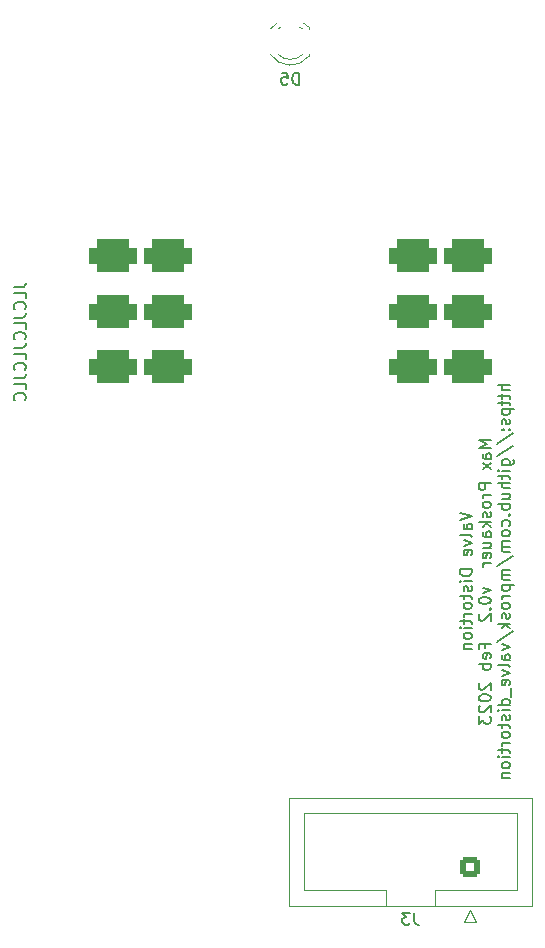
<source format=gbr>
%TF.GenerationSoftware,KiCad,Pcbnew,(6.0.5)*%
%TF.CreationDate,2023-02-15T13:44:48-05:00*%
%TF.ProjectId,valve_distortion,76616c76-655f-4646-9973-746f7274696f,rev?*%
%TF.SameCoordinates,Original*%
%TF.FileFunction,Legend,Bot*%
%TF.FilePolarity,Positive*%
%FSLAX46Y46*%
G04 Gerber Fmt 4.6, Leading zero omitted, Abs format (unit mm)*
G04 Created by KiCad (PCBNEW (6.0.5)) date 2023-02-15 13:44:48*
%MOMM*%
%LPD*%
G01*
G04 APERTURE LIST*
G04 Aperture macros list*
%AMRoundRect*
0 Rectangle with rounded corners*
0 $1 Rounding radius*
0 $2 $3 $4 $5 $6 $7 $8 $9 X,Y pos of 4 corners*
0 Add a 4 corners polygon primitive as box body*
4,1,4,$2,$3,$4,$5,$6,$7,$8,$9,$2,$3,0*
0 Add four circle primitives for the rounded corners*
1,1,$1+$1,$2,$3*
1,1,$1+$1,$4,$5*
1,1,$1+$1,$6,$7*
1,1,$1+$1,$8,$9*
0 Add four rect primitives between the rounded corners*
20,1,$1+$1,$2,$3,$4,$5,0*
20,1,$1+$1,$4,$5,$6,$7,0*
20,1,$1+$1,$6,$7,$8,$9,0*
20,1,$1+$1,$8,$9,$2,$3,0*%
G04 Aperture macros list end*
%ADD10C,0.150000*%
%ADD11C,0.120000*%
%ADD12R,1.600000X1.600000*%
%ADD13O,1.600000X1.600000*%
%ADD14C,1.600000*%
%ADD15RoundRect,0.698500X-1.333500X-0.698500X1.333500X-0.698500X1.333500X0.698500X-1.333500X0.698500X0*%
%ADD16O,4.000000X4.000000*%
%ADD17R,1.800000X1.800000*%
%ADD18C,1.800000*%
%ADD19C,3.000000*%
%ADD20R,1.500000X1.500000*%
%ADD21O,1.500000X1.500000*%
%ADD22R,1.500000X1.050000*%
%ADD23O,1.500000X1.050000*%
%ADD24O,2.000000X3.500000*%
%ADD25O,2.000000X2.500000*%
%ADD26O,3.500000X1.500000*%
%ADD27C,1.440000*%
%ADD28RoundRect,0.250000X0.600000X-0.600000X0.600000X0.600000X-0.600000X0.600000X-0.600000X-0.600000X0*%
%ADD29C,1.700000*%
%ADD30C,2.030000*%
G04 APERTURE END LIST*
D10*
X155172380Y-87400952D02*
X155886666Y-87400952D01*
X156029523Y-87353333D01*
X156124761Y-87258095D01*
X156172380Y-87115238D01*
X156172380Y-87020000D01*
X156172380Y-88353333D02*
X156172380Y-87877142D01*
X155172380Y-87877142D01*
X156077142Y-89258095D02*
X156124761Y-89210476D01*
X156172380Y-89067619D01*
X156172380Y-88972380D01*
X156124761Y-88829523D01*
X156029523Y-88734285D01*
X155934285Y-88686666D01*
X155743809Y-88639047D01*
X155600952Y-88639047D01*
X155410476Y-88686666D01*
X155315238Y-88734285D01*
X155220000Y-88829523D01*
X155172380Y-88972380D01*
X155172380Y-89067619D01*
X155220000Y-89210476D01*
X155267619Y-89258095D01*
X155172380Y-89972380D02*
X155886666Y-89972380D01*
X156029523Y-89924761D01*
X156124761Y-89829523D01*
X156172380Y-89686666D01*
X156172380Y-89591428D01*
X156172380Y-90924761D02*
X156172380Y-90448571D01*
X155172380Y-90448571D01*
X156077142Y-91829523D02*
X156124761Y-91781904D01*
X156172380Y-91639047D01*
X156172380Y-91543809D01*
X156124761Y-91400952D01*
X156029523Y-91305714D01*
X155934285Y-91258095D01*
X155743809Y-91210476D01*
X155600952Y-91210476D01*
X155410476Y-91258095D01*
X155315238Y-91305714D01*
X155220000Y-91400952D01*
X155172380Y-91543809D01*
X155172380Y-91639047D01*
X155220000Y-91781904D01*
X155267619Y-91829523D01*
X155172380Y-92543809D02*
X155886666Y-92543809D01*
X156029523Y-92496190D01*
X156124761Y-92400952D01*
X156172380Y-92258095D01*
X156172380Y-92162857D01*
X156172380Y-93496190D02*
X156172380Y-93020000D01*
X155172380Y-93020000D01*
X156077142Y-94400952D02*
X156124761Y-94353333D01*
X156172380Y-94210476D01*
X156172380Y-94115238D01*
X156124761Y-93972380D01*
X156029523Y-93877142D01*
X155934285Y-93829523D01*
X155743809Y-93781904D01*
X155600952Y-93781904D01*
X155410476Y-93829523D01*
X155315238Y-93877142D01*
X155220000Y-93972380D01*
X155172380Y-94115238D01*
X155172380Y-94210476D01*
X155220000Y-94353333D01*
X155267619Y-94400952D01*
X155172380Y-95115238D02*
X155886666Y-95115238D01*
X156029523Y-95067619D01*
X156124761Y-94972380D01*
X156172380Y-94829523D01*
X156172380Y-94734285D01*
X156172380Y-96067619D02*
X156172380Y-95591428D01*
X155172380Y-95591428D01*
X156077142Y-96972380D02*
X156124761Y-96924761D01*
X156172380Y-96781904D01*
X156172380Y-96686666D01*
X156124761Y-96543809D01*
X156029523Y-96448571D01*
X155934285Y-96400952D01*
X155743809Y-96353333D01*
X155600952Y-96353333D01*
X155410476Y-96400952D01*
X155315238Y-96448571D01*
X155220000Y-96543809D01*
X155172380Y-96686666D01*
X155172380Y-96781904D01*
X155220000Y-96924761D01*
X155267619Y-96972380D01*
X192932380Y-106482857D02*
X193932380Y-106816190D01*
X192932380Y-107149523D01*
X193932380Y-107911428D02*
X193408571Y-107911428D01*
X193313333Y-107863809D01*
X193265714Y-107768571D01*
X193265714Y-107578095D01*
X193313333Y-107482857D01*
X193884761Y-107911428D02*
X193932380Y-107816190D01*
X193932380Y-107578095D01*
X193884761Y-107482857D01*
X193789523Y-107435238D01*
X193694285Y-107435238D01*
X193599047Y-107482857D01*
X193551428Y-107578095D01*
X193551428Y-107816190D01*
X193503809Y-107911428D01*
X193932380Y-108530476D02*
X193884761Y-108435238D01*
X193789523Y-108387619D01*
X192932380Y-108387619D01*
X193265714Y-108816190D02*
X193932380Y-109054285D01*
X193265714Y-109292380D01*
X193884761Y-110054285D02*
X193932380Y-109959047D01*
X193932380Y-109768571D01*
X193884761Y-109673333D01*
X193789523Y-109625714D01*
X193408571Y-109625714D01*
X193313333Y-109673333D01*
X193265714Y-109768571D01*
X193265714Y-109959047D01*
X193313333Y-110054285D01*
X193408571Y-110101904D01*
X193503809Y-110101904D01*
X193599047Y-109625714D01*
X193932380Y-111292380D02*
X192932380Y-111292380D01*
X192932380Y-111530476D01*
X192980000Y-111673333D01*
X193075238Y-111768571D01*
X193170476Y-111816190D01*
X193360952Y-111863809D01*
X193503809Y-111863809D01*
X193694285Y-111816190D01*
X193789523Y-111768571D01*
X193884761Y-111673333D01*
X193932380Y-111530476D01*
X193932380Y-111292380D01*
X193932380Y-112292380D02*
X193265714Y-112292380D01*
X192932380Y-112292380D02*
X192980000Y-112244761D01*
X193027619Y-112292380D01*
X192980000Y-112340000D01*
X192932380Y-112292380D01*
X193027619Y-112292380D01*
X193884761Y-112720952D02*
X193932380Y-112816190D01*
X193932380Y-113006666D01*
X193884761Y-113101904D01*
X193789523Y-113149523D01*
X193741904Y-113149523D01*
X193646666Y-113101904D01*
X193599047Y-113006666D01*
X193599047Y-112863809D01*
X193551428Y-112768571D01*
X193456190Y-112720952D01*
X193408571Y-112720952D01*
X193313333Y-112768571D01*
X193265714Y-112863809D01*
X193265714Y-113006666D01*
X193313333Y-113101904D01*
X193265714Y-113435238D02*
X193265714Y-113816190D01*
X192932380Y-113578095D02*
X193789523Y-113578095D01*
X193884761Y-113625714D01*
X193932380Y-113720952D01*
X193932380Y-113816190D01*
X193932380Y-114292380D02*
X193884761Y-114197142D01*
X193837142Y-114149523D01*
X193741904Y-114101904D01*
X193456190Y-114101904D01*
X193360952Y-114149523D01*
X193313333Y-114197142D01*
X193265714Y-114292380D01*
X193265714Y-114435238D01*
X193313333Y-114530476D01*
X193360952Y-114578095D01*
X193456190Y-114625714D01*
X193741904Y-114625714D01*
X193837142Y-114578095D01*
X193884761Y-114530476D01*
X193932380Y-114435238D01*
X193932380Y-114292380D01*
X193932380Y-115054285D02*
X193265714Y-115054285D01*
X193456190Y-115054285D02*
X193360952Y-115101904D01*
X193313333Y-115149523D01*
X193265714Y-115244761D01*
X193265714Y-115340000D01*
X193265714Y-115530476D02*
X193265714Y-115911428D01*
X192932380Y-115673333D02*
X193789523Y-115673333D01*
X193884761Y-115720952D01*
X193932380Y-115816190D01*
X193932380Y-115911428D01*
X193932380Y-116244761D02*
X193265714Y-116244761D01*
X192932380Y-116244761D02*
X192980000Y-116197142D01*
X193027619Y-116244761D01*
X192980000Y-116292380D01*
X192932380Y-116244761D01*
X193027619Y-116244761D01*
X193932380Y-116863809D02*
X193884761Y-116768571D01*
X193837142Y-116720952D01*
X193741904Y-116673333D01*
X193456190Y-116673333D01*
X193360952Y-116720952D01*
X193313333Y-116768571D01*
X193265714Y-116863809D01*
X193265714Y-117006666D01*
X193313333Y-117101904D01*
X193360952Y-117149523D01*
X193456190Y-117197142D01*
X193741904Y-117197142D01*
X193837142Y-117149523D01*
X193884761Y-117101904D01*
X193932380Y-117006666D01*
X193932380Y-116863809D01*
X193265714Y-117625714D02*
X193932380Y-117625714D01*
X193360952Y-117625714D02*
X193313333Y-117673333D01*
X193265714Y-117768571D01*
X193265714Y-117911428D01*
X193313333Y-118006666D01*
X193408571Y-118054285D01*
X193932380Y-118054285D01*
X195542380Y-100363809D02*
X194542380Y-100363809D01*
X195256666Y-100697142D01*
X194542380Y-101030476D01*
X195542380Y-101030476D01*
X195542380Y-101935238D02*
X195018571Y-101935238D01*
X194923333Y-101887619D01*
X194875714Y-101792380D01*
X194875714Y-101601904D01*
X194923333Y-101506666D01*
X195494761Y-101935238D02*
X195542380Y-101840000D01*
X195542380Y-101601904D01*
X195494761Y-101506666D01*
X195399523Y-101459047D01*
X195304285Y-101459047D01*
X195209047Y-101506666D01*
X195161428Y-101601904D01*
X195161428Y-101840000D01*
X195113809Y-101935238D01*
X195542380Y-102316190D02*
X194875714Y-102840000D01*
X194875714Y-102316190D02*
X195542380Y-102840000D01*
X195542380Y-103982857D02*
X194542380Y-103982857D01*
X194542380Y-104363809D01*
X194590000Y-104459047D01*
X194637619Y-104506666D01*
X194732857Y-104554285D01*
X194875714Y-104554285D01*
X194970952Y-104506666D01*
X195018571Y-104459047D01*
X195066190Y-104363809D01*
X195066190Y-103982857D01*
X195542380Y-104982857D02*
X194875714Y-104982857D01*
X195066190Y-104982857D02*
X194970952Y-105030476D01*
X194923333Y-105078095D01*
X194875714Y-105173333D01*
X194875714Y-105268571D01*
X195542380Y-105744761D02*
X195494761Y-105649523D01*
X195447142Y-105601904D01*
X195351904Y-105554285D01*
X195066190Y-105554285D01*
X194970952Y-105601904D01*
X194923333Y-105649523D01*
X194875714Y-105744761D01*
X194875714Y-105887619D01*
X194923333Y-105982857D01*
X194970952Y-106030476D01*
X195066190Y-106078095D01*
X195351904Y-106078095D01*
X195447142Y-106030476D01*
X195494761Y-105982857D01*
X195542380Y-105887619D01*
X195542380Y-105744761D01*
X195494761Y-106459047D02*
X195542380Y-106554285D01*
X195542380Y-106744761D01*
X195494761Y-106840000D01*
X195399523Y-106887619D01*
X195351904Y-106887619D01*
X195256666Y-106840000D01*
X195209047Y-106744761D01*
X195209047Y-106601904D01*
X195161428Y-106506666D01*
X195066190Y-106459047D01*
X195018571Y-106459047D01*
X194923333Y-106506666D01*
X194875714Y-106601904D01*
X194875714Y-106744761D01*
X194923333Y-106840000D01*
X195542380Y-107316190D02*
X194542380Y-107316190D01*
X195161428Y-107411428D02*
X195542380Y-107697142D01*
X194875714Y-107697142D02*
X195256666Y-107316190D01*
X195542380Y-108554285D02*
X195018571Y-108554285D01*
X194923333Y-108506666D01*
X194875714Y-108411428D01*
X194875714Y-108220952D01*
X194923333Y-108125714D01*
X195494761Y-108554285D02*
X195542380Y-108459047D01*
X195542380Y-108220952D01*
X195494761Y-108125714D01*
X195399523Y-108078095D01*
X195304285Y-108078095D01*
X195209047Y-108125714D01*
X195161428Y-108220952D01*
X195161428Y-108459047D01*
X195113809Y-108554285D01*
X194875714Y-109459047D02*
X195542380Y-109459047D01*
X194875714Y-109030476D02*
X195399523Y-109030476D01*
X195494761Y-109078095D01*
X195542380Y-109173333D01*
X195542380Y-109316190D01*
X195494761Y-109411428D01*
X195447142Y-109459047D01*
X195494761Y-110316190D02*
X195542380Y-110220952D01*
X195542380Y-110030476D01*
X195494761Y-109935238D01*
X195399523Y-109887619D01*
X195018571Y-109887619D01*
X194923333Y-109935238D01*
X194875714Y-110030476D01*
X194875714Y-110220952D01*
X194923333Y-110316190D01*
X195018571Y-110363809D01*
X195113809Y-110363809D01*
X195209047Y-109887619D01*
X195542380Y-110792380D02*
X194875714Y-110792380D01*
X195066190Y-110792380D02*
X194970952Y-110840000D01*
X194923333Y-110887619D01*
X194875714Y-110982857D01*
X194875714Y-111078095D01*
X194875714Y-112840000D02*
X195542380Y-113078095D01*
X194875714Y-113316190D01*
X194542380Y-113887619D02*
X194542380Y-113982857D01*
X194590000Y-114078095D01*
X194637619Y-114125714D01*
X194732857Y-114173333D01*
X194923333Y-114220952D01*
X195161428Y-114220952D01*
X195351904Y-114173333D01*
X195447142Y-114125714D01*
X195494761Y-114078095D01*
X195542380Y-113982857D01*
X195542380Y-113887619D01*
X195494761Y-113792380D01*
X195447142Y-113744761D01*
X195351904Y-113697142D01*
X195161428Y-113649523D01*
X194923333Y-113649523D01*
X194732857Y-113697142D01*
X194637619Y-113744761D01*
X194590000Y-113792380D01*
X194542380Y-113887619D01*
X195447142Y-114649523D02*
X195494761Y-114697142D01*
X195542380Y-114649523D01*
X195494761Y-114601904D01*
X195447142Y-114649523D01*
X195542380Y-114649523D01*
X194637619Y-115078095D02*
X194590000Y-115125714D01*
X194542380Y-115220952D01*
X194542380Y-115459047D01*
X194590000Y-115554285D01*
X194637619Y-115601904D01*
X194732857Y-115649523D01*
X194828095Y-115649523D01*
X194970952Y-115601904D01*
X195542380Y-115030476D01*
X195542380Y-115649523D01*
X195018571Y-117935238D02*
X195018571Y-117601904D01*
X195542380Y-117601904D02*
X194542380Y-117601904D01*
X194542380Y-118078095D01*
X195494761Y-118840000D02*
X195542380Y-118744761D01*
X195542380Y-118554285D01*
X195494761Y-118459047D01*
X195399523Y-118411428D01*
X195018571Y-118411428D01*
X194923333Y-118459047D01*
X194875714Y-118554285D01*
X194875714Y-118744761D01*
X194923333Y-118840000D01*
X195018571Y-118887619D01*
X195113809Y-118887619D01*
X195209047Y-118411428D01*
X195542380Y-119316190D02*
X194542380Y-119316190D01*
X194923333Y-119316190D02*
X194875714Y-119411428D01*
X194875714Y-119601904D01*
X194923333Y-119697142D01*
X194970952Y-119744761D01*
X195066190Y-119792380D01*
X195351904Y-119792380D01*
X195447142Y-119744761D01*
X195494761Y-119697142D01*
X195542380Y-119601904D01*
X195542380Y-119411428D01*
X195494761Y-119316190D01*
X194637619Y-120935238D02*
X194590000Y-120982857D01*
X194542380Y-121078095D01*
X194542380Y-121316190D01*
X194590000Y-121411428D01*
X194637619Y-121459047D01*
X194732857Y-121506666D01*
X194828095Y-121506666D01*
X194970952Y-121459047D01*
X195542380Y-120887619D01*
X195542380Y-121506666D01*
X194542380Y-122125714D02*
X194542380Y-122220952D01*
X194590000Y-122316190D01*
X194637619Y-122363809D01*
X194732857Y-122411428D01*
X194923333Y-122459047D01*
X195161428Y-122459047D01*
X195351904Y-122411428D01*
X195447142Y-122363809D01*
X195494761Y-122316190D01*
X195542380Y-122220952D01*
X195542380Y-122125714D01*
X195494761Y-122030476D01*
X195447142Y-121982857D01*
X195351904Y-121935238D01*
X195161428Y-121887619D01*
X194923333Y-121887619D01*
X194732857Y-121935238D01*
X194637619Y-121982857D01*
X194590000Y-122030476D01*
X194542380Y-122125714D01*
X194637619Y-122840000D02*
X194590000Y-122887619D01*
X194542380Y-122982857D01*
X194542380Y-123220952D01*
X194590000Y-123316190D01*
X194637619Y-123363809D01*
X194732857Y-123411428D01*
X194828095Y-123411428D01*
X194970952Y-123363809D01*
X195542380Y-122792380D01*
X195542380Y-123411428D01*
X194542380Y-123744761D02*
X194542380Y-124363809D01*
X194923333Y-124030476D01*
X194923333Y-124173333D01*
X194970952Y-124268571D01*
X195018571Y-124316190D01*
X195113809Y-124363809D01*
X195351904Y-124363809D01*
X195447142Y-124316190D01*
X195494761Y-124268571D01*
X195542380Y-124173333D01*
X195542380Y-123887619D01*
X195494761Y-123792380D01*
X195447142Y-123744761D01*
X197152380Y-95697142D02*
X196152380Y-95697142D01*
X197152380Y-96125714D02*
X196628571Y-96125714D01*
X196533333Y-96078095D01*
X196485714Y-95982857D01*
X196485714Y-95840000D01*
X196533333Y-95744761D01*
X196580952Y-95697142D01*
X196485714Y-96459047D02*
X196485714Y-96840000D01*
X196152380Y-96601904D02*
X197009523Y-96601904D01*
X197104761Y-96649523D01*
X197152380Y-96744761D01*
X197152380Y-96840000D01*
X196485714Y-97030476D02*
X196485714Y-97411428D01*
X196152380Y-97173333D02*
X197009523Y-97173333D01*
X197104761Y-97220952D01*
X197152380Y-97316190D01*
X197152380Y-97411428D01*
X196485714Y-97744761D02*
X197485714Y-97744761D01*
X196533333Y-97744761D02*
X196485714Y-97840000D01*
X196485714Y-98030476D01*
X196533333Y-98125714D01*
X196580952Y-98173333D01*
X196676190Y-98220952D01*
X196961904Y-98220952D01*
X197057142Y-98173333D01*
X197104761Y-98125714D01*
X197152380Y-98030476D01*
X197152380Y-97840000D01*
X197104761Y-97744761D01*
X197104761Y-98601904D02*
X197152380Y-98697142D01*
X197152380Y-98887619D01*
X197104761Y-98982857D01*
X197009523Y-99030476D01*
X196961904Y-99030476D01*
X196866666Y-98982857D01*
X196819047Y-98887619D01*
X196819047Y-98744761D01*
X196771428Y-98649523D01*
X196676190Y-98601904D01*
X196628571Y-98601904D01*
X196533333Y-98649523D01*
X196485714Y-98744761D01*
X196485714Y-98887619D01*
X196533333Y-98982857D01*
X197057142Y-99459047D02*
X197104761Y-99506666D01*
X197152380Y-99459047D01*
X197104761Y-99411428D01*
X197057142Y-99459047D01*
X197152380Y-99459047D01*
X196533333Y-99459047D02*
X196580952Y-99506666D01*
X196628571Y-99459047D01*
X196580952Y-99411428D01*
X196533333Y-99459047D01*
X196628571Y-99459047D01*
X196104761Y-100649523D02*
X197390476Y-99792380D01*
X196104761Y-101697142D02*
X197390476Y-100840000D01*
X196485714Y-102459047D02*
X197295238Y-102459047D01*
X197390476Y-102411428D01*
X197438095Y-102363809D01*
X197485714Y-102268571D01*
X197485714Y-102125714D01*
X197438095Y-102030476D01*
X197104761Y-102459047D02*
X197152380Y-102363809D01*
X197152380Y-102173333D01*
X197104761Y-102078095D01*
X197057142Y-102030476D01*
X196961904Y-101982857D01*
X196676190Y-101982857D01*
X196580952Y-102030476D01*
X196533333Y-102078095D01*
X196485714Y-102173333D01*
X196485714Y-102363809D01*
X196533333Y-102459047D01*
X197152380Y-102935238D02*
X196485714Y-102935238D01*
X196152380Y-102935238D02*
X196200000Y-102887619D01*
X196247619Y-102935238D01*
X196200000Y-102982857D01*
X196152380Y-102935238D01*
X196247619Y-102935238D01*
X196485714Y-103268571D02*
X196485714Y-103649523D01*
X196152380Y-103411428D02*
X197009523Y-103411428D01*
X197104761Y-103459047D01*
X197152380Y-103554285D01*
X197152380Y-103649523D01*
X197152380Y-103982857D02*
X196152380Y-103982857D01*
X197152380Y-104411428D02*
X196628571Y-104411428D01*
X196533333Y-104363809D01*
X196485714Y-104268571D01*
X196485714Y-104125714D01*
X196533333Y-104030476D01*
X196580952Y-103982857D01*
X196485714Y-105316190D02*
X197152380Y-105316190D01*
X196485714Y-104887619D02*
X197009523Y-104887619D01*
X197104761Y-104935238D01*
X197152380Y-105030476D01*
X197152380Y-105173333D01*
X197104761Y-105268571D01*
X197057142Y-105316190D01*
X197152380Y-105792380D02*
X196152380Y-105792380D01*
X196533333Y-105792380D02*
X196485714Y-105887619D01*
X196485714Y-106078095D01*
X196533333Y-106173333D01*
X196580952Y-106220952D01*
X196676190Y-106268571D01*
X196961904Y-106268571D01*
X197057142Y-106220952D01*
X197104761Y-106173333D01*
X197152380Y-106078095D01*
X197152380Y-105887619D01*
X197104761Y-105792380D01*
X197057142Y-106697142D02*
X197104761Y-106744761D01*
X197152380Y-106697142D01*
X197104761Y-106649523D01*
X197057142Y-106697142D01*
X197152380Y-106697142D01*
X197104761Y-107601904D02*
X197152380Y-107506666D01*
X197152380Y-107316190D01*
X197104761Y-107220952D01*
X197057142Y-107173333D01*
X196961904Y-107125714D01*
X196676190Y-107125714D01*
X196580952Y-107173333D01*
X196533333Y-107220952D01*
X196485714Y-107316190D01*
X196485714Y-107506666D01*
X196533333Y-107601904D01*
X197152380Y-108173333D02*
X197104761Y-108078095D01*
X197057142Y-108030476D01*
X196961904Y-107982857D01*
X196676190Y-107982857D01*
X196580952Y-108030476D01*
X196533333Y-108078095D01*
X196485714Y-108173333D01*
X196485714Y-108316190D01*
X196533333Y-108411428D01*
X196580952Y-108459047D01*
X196676190Y-108506666D01*
X196961904Y-108506666D01*
X197057142Y-108459047D01*
X197104761Y-108411428D01*
X197152380Y-108316190D01*
X197152380Y-108173333D01*
X197152380Y-108935238D02*
X196485714Y-108935238D01*
X196580952Y-108935238D02*
X196533333Y-108982857D01*
X196485714Y-109078095D01*
X196485714Y-109220952D01*
X196533333Y-109316190D01*
X196628571Y-109363809D01*
X197152380Y-109363809D01*
X196628571Y-109363809D02*
X196533333Y-109411428D01*
X196485714Y-109506666D01*
X196485714Y-109649523D01*
X196533333Y-109744761D01*
X196628571Y-109792380D01*
X197152380Y-109792380D01*
X196104761Y-110982857D02*
X197390476Y-110125714D01*
X197152380Y-111316190D02*
X196485714Y-111316190D01*
X196580952Y-111316190D02*
X196533333Y-111363809D01*
X196485714Y-111459047D01*
X196485714Y-111601904D01*
X196533333Y-111697142D01*
X196628571Y-111744761D01*
X197152380Y-111744761D01*
X196628571Y-111744761D02*
X196533333Y-111792380D01*
X196485714Y-111887619D01*
X196485714Y-112030476D01*
X196533333Y-112125714D01*
X196628571Y-112173333D01*
X197152380Y-112173333D01*
X196485714Y-112649523D02*
X197485714Y-112649523D01*
X196533333Y-112649523D02*
X196485714Y-112744761D01*
X196485714Y-112935238D01*
X196533333Y-113030476D01*
X196580952Y-113078095D01*
X196676190Y-113125714D01*
X196961904Y-113125714D01*
X197057142Y-113078095D01*
X197104761Y-113030476D01*
X197152380Y-112935238D01*
X197152380Y-112744761D01*
X197104761Y-112649523D01*
X197152380Y-113554285D02*
X196485714Y-113554285D01*
X196676190Y-113554285D02*
X196580952Y-113601904D01*
X196533333Y-113649523D01*
X196485714Y-113744761D01*
X196485714Y-113840000D01*
X197152380Y-114316190D02*
X197104761Y-114220952D01*
X197057142Y-114173333D01*
X196961904Y-114125714D01*
X196676190Y-114125714D01*
X196580952Y-114173333D01*
X196533333Y-114220952D01*
X196485714Y-114316190D01*
X196485714Y-114459047D01*
X196533333Y-114554285D01*
X196580952Y-114601904D01*
X196676190Y-114649523D01*
X196961904Y-114649523D01*
X197057142Y-114601904D01*
X197104761Y-114554285D01*
X197152380Y-114459047D01*
X197152380Y-114316190D01*
X197104761Y-115030476D02*
X197152380Y-115125714D01*
X197152380Y-115316190D01*
X197104761Y-115411428D01*
X197009523Y-115459047D01*
X196961904Y-115459047D01*
X196866666Y-115411428D01*
X196819047Y-115316190D01*
X196819047Y-115173333D01*
X196771428Y-115078095D01*
X196676190Y-115030476D01*
X196628571Y-115030476D01*
X196533333Y-115078095D01*
X196485714Y-115173333D01*
X196485714Y-115316190D01*
X196533333Y-115411428D01*
X197152380Y-115887619D02*
X196152380Y-115887619D01*
X196771428Y-115982857D02*
X197152380Y-116268571D01*
X196485714Y-116268571D02*
X196866666Y-115887619D01*
X196104761Y-117411428D02*
X197390476Y-116554285D01*
X196485714Y-117649523D02*
X197152380Y-117887619D01*
X196485714Y-118125714D01*
X197152380Y-118935238D02*
X196628571Y-118935238D01*
X196533333Y-118887619D01*
X196485714Y-118792380D01*
X196485714Y-118601904D01*
X196533333Y-118506666D01*
X197104761Y-118935238D02*
X197152380Y-118840000D01*
X197152380Y-118601904D01*
X197104761Y-118506666D01*
X197009523Y-118459047D01*
X196914285Y-118459047D01*
X196819047Y-118506666D01*
X196771428Y-118601904D01*
X196771428Y-118840000D01*
X196723809Y-118935238D01*
X197152380Y-119554285D02*
X197104761Y-119459047D01*
X197009523Y-119411428D01*
X196152380Y-119411428D01*
X196485714Y-119840000D02*
X197152380Y-120078095D01*
X196485714Y-120316190D01*
X197104761Y-121078095D02*
X197152380Y-120982857D01*
X197152380Y-120792380D01*
X197104761Y-120697142D01*
X197009523Y-120649523D01*
X196628571Y-120649523D01*
X196533333Y-120697142D01*
X196485714Y-120792380D01*
X196485714Y-120982857D01*
X196533333Y-121078095D01*
X196628571Y-121125714D01*
X196723809Y-121125714D01*
X196819047Y-120649523D01*
X197247619Y-121316190D02*
X197247619Y-122078095D01*
X197152380Y-122744761D02*
X196152380Y-122744761D01*
X197104761Y-122744761D02*
X197152380Y-122649523D01*
X197152380Y-122459047D01*
X197104761Y-122363809D01*
X197057142Y-122316190D01*
X196961904Y-122268571D01*
X196676190Y-122268571D01*
X196580952Y-122316190D01*
X196533333Y-122363809D01*
X196485714Y-122459047D01*
X196485714Y-122649523D01*
X196533333Y-122744761D01*
X197152380Y-123220952D02*
X196485714Y-123220952D01*
X196152380Y-123220952D02*
X196200000Y-123173333D01*
X196247619Y-123220952D01*
X196200000Y-123268571D01*
X196152380Y-123220952D01*
X196247619Y-123220952D01*
X197104761Y-123649523D02*
X197152380Y-123744761D01*
X197152380Y-123935238D01*
X197104761Y-124030476D01*
X197009523Y-124078095D01*
X196961904Y-124078095D01*
X196866666Y-124030476D01*
X196819047Y-123935238D01*
X196819047Y-123792380D01*
X196771428Y-123697142D01*
X196676190Y-123649523D01*
X196628571Y-123649523D01*
X196533333Y-123697142D01*
X196485714Y-123792380D01*
X196485714Y-123935238D01*
X196533333Y-124030476D01*
X196485714Y-124363809D02*
X196485714Y-124744761D01*
X196152380Y-124506666D02*
X197009523Y-124506666D01*
X197104761Y-124554285D01*
X197152380Y-124649523D01*
X197152380Y-124744761D01*
X197152380Y-125220952D02*
X197104761Y-125125714D01*
X197057142Y-125078095D01*
X196961904Y-125030476D01*
X196676190Y-125030476D01*
X196580952Y-125078095D01*
X196533333Y-125125714D01*
X196485714Y-125220952D01*
X196485714Y-125363809D01*
X196533333Y-125459047D01*
X196580952Y-125506666D01*
X196676190Y-125554285D01*
X196961904Y-125554285D01*
X197057142Y-125506666D01*
X197104761Y-125459047D01*
X197152380Y-125363809D01*
X197152380Y-125220952D01*
X197152380Y-125982857D02*
X196485714Y-125982857D01*
X196676190Y-125982857D02*
X196580952Y-126030476D01*
X196533333Y-126078095D01*
X196485714Y-126173333D01*
X196485714Y-126268571D01*
X196485714Y-126459047D02*
X196485714Y-126840000D01*
X196152380Y-126601904D02*
X197009523Y-126601904D01*
X197104761Y-126649523D01*
X197152380Y-126744761D01*
X197152380Y-126840000D01*
X197152380Y-127173333D02*
X196485714Y-127173333D01*
X196152380Y-127173333D02*
X196200000Y-127125714D01*
X196247619Y-127173333D01*
X196200000Y-127220952D01*
X196152380Y-127173333D01*
X196247619Y-127173333D01*
X197152380Y-127792380D02*
X197104761Y-127697142D01*
X197057142Y-127649523D01*
X196961904Y-127601904D01*
X196676190Y-127601904D01*
X196580952Y-127649523D01*
X196533333Y-127697142D01*
X196485714Y-127792380D01*
X196485714Y-127935238D01*
X196533333Y-128030476D01*
X196580952Y-128078095D01*
X196676190Y-128125714D01*
X196961904Y-128125714D01*
X197057142Y-128078095D01*
X197104761Y-128030476D01*
X197152380Y-127935238D01*
X197152380Y-127792380D01*
X196485714Y-128554285D02*
X197152380Y-128554285D01*
X196580952Y-128554285D02*
X196533333Y-128601904D01*
X196485714Y-128697142D01*
X196485714Y-128840000D01*
X196533333Y-128935238D01*
X196628571Y-128982857D01*
X197152380Y-128982857D01*
%TO.C,J3*%
X189073333Y-140367380D02*
X189073333Y-141081666D01*
X189120952Y-141224523D01*
X189216190Y-141319761D01*
X189359047Y-141367380D01*
X189454285Y-141367380D01*
X188692380Y-140367380D02*
X188073333Y-140367380D01*
X188406666Y-140748333D01*
X188263809Y-140748333D01*
X188168571Y-140795952D01*
X188120952Y-140843571D01*
X188073333Y-140938809D01*
X188073333Y-141176904D01*
X188120952Y-141272142D01*
X188168571Y-141319761D01*
X188263809Y-141367380D01*
X188549523Y-141367380D01*
X188644761Y-141319761D01*
X188692380Y-141272142D01*
%TO.C,D5*%
X179318095Y-70247380D02*
X179318095Y-69247380D01*
X179080000Y-69247380D01*
X178937142Y-69295000D01*
X178841904Y-69390238D01*
X178794285Y-69485476D01*
X178746666Y-69675952D01*
X178746666Y-69818809D01*
X178794285Y-70009285D01*
X178841904Y-70104523D01*
X178937142Y-70199761D01*
X179080000Y-70247380D01*
X179318095Y-70247380D01*
X177841904Y-69247380D02*
X178318095Y-69247380D01*
X178365714Y-69723571D01*
X178318095Y-69675952D01*
X178222857Y-69628333D01*
X177984761Y-69628333D01*
X177889523Y-69675952D01*
X177841904Y-69723571D01*
X177794285Y-69818809D01*
X177794285Y-70056904D01*
X177841904Y-70152142D01*
X177889523Y-70199761D01*
X177984761Y-70247380D01*
X178222857Y-70247380D01*
X178318095Y-70199761D01*
X178365714Y-70152142D01*
D11*
%TO.C,J3*%
X193320000Y-141150000D02*
X193820000Y-140150000D01*
X197730000Y-131950000D02*
X179750000Y-131950000D01*
X186690000Y-138450000D02*
X186690000Y-139760000D01*
X179750000Y-138450000D02*
X186690000Y-138450000D01*
X179750000Y-131950000D02*
X179750000Y-138450000D01*
X194320000Y-141150000D02*
X193320000Y-141150000D01*
X178450000Y-139760000D02*
X199030000Y-139760000D01*
X193820000Y-140150000D02*
X194320000Y-141150000D01*
X178450000Y-130640000D02*
X178450000Y-139760000D01*
X199030000Y-130640000D02*
X178450000Y-130640000D01*
X186690000Y-138450000D02*
X186690000Y-138450000D01*
X190790000Y-138450000D02*
X197730000Y-138450000D01*
X190790000Y-139760000D02*
X190790000Y-138450000D01*
X199030000Y-139760000D02*
X199030000Y-130640000D01*
X197730000Y-138450000D02*
X197730000Y-131950000D01*
%TO.C,D5*%
X180140000Y-67700000D02*
X180140000Y-67856000D01*
X180140000Y-65384000D02*
X180140000Y-65540000D01*
X180140000Y-65384484D02*
G75*
G03*
X176907665Y-65541392I-1560000J-1235516D01*
G01*
X176907665Y-67698608D02*
G75*
G03*
X180140000Y-67855516I1672335J1078608D01*
G01*
X179620961Y-65540000D02*
G75*
G03*
X177538870Y-65540163I-1040961J-1080000D01*
G01*
X177538870Y-67699837D02*
G75*
G03*
X179620961Y-67700000I1041130J1079837D01*
G01*
%TD*%
%LPC*%
D12*
%TO.C,U1*%
X158270000Y-66630000D03*
D13*
X158270000Y-69170000D03*
X158270000Y-71710000D03*
X158270000Y-74250000D03*
X165890000Y-74250000D03*
X165890000Y-71710000D03*
X165890000Y-69170000D03*
X165890000Y-66630000D03*
%TD*%
D14*
%TO.C,R16*%
X165880000Y-132660000D03*
D13*
X165880000Y-142820000D03*
%TD*%
D14*
%TO.C,R3*%
X155720000Y-69160000D03*
D13*
X155720000Y-59000000D03*
%TD*%
D15*
%TO.C,SW2*%
X188930500Y-84781000D03*
X188930500Y-89480000D03*
X188930500Y-94179000D03*
X193629500Y-84781000D03*
X193629500Y-89480000D03*
X193629500Y-94179000D03*
%TD*%
D14*
%TO.C,C5*%
X172230000Y-51380000D03*
X169730000Y-51380000D03*
%TD*%
D16*
%TO.C,RV2*%
X196030000Y-150440000D03*
X186530000Y-150440000D03*
D17*
X193780000Y-142940000D03*
D18*
X191280000Y-142940000D03*
X188780000Y-142940000D03*
%TD*%
D19*
%TO.C,H1*%
X178580000Y-64080000D03*
%TD*%
D14*
%TO.C,R19*%
X183660000Y-79320000D03*
D13*
X183660000Y-89480000D03*
%TD*%
D20*
%TO.C,D2*%
X158260000Y-122495000D03*
D21*
X158260000Y-130115000D03*
%TD*%
D14*
%TO.C,R20*%
X176040000Y-85670000D03*
D13*
X176040000Y-75510000D03*
%TD*%
D12*
%TO.C,C16*%
X184930000Y-128850000D03*
D14*
X187430000Y-128850000D03*
%TD*%
%TO.C,R13*%
X167150000Y-97100000D03*
D13*
X167150000Y-107260000D03*
%TD*%
D14*
%TO.C,C8*%
X191280000Y-64080000D03*
X193780000Y-64080000D03*
%TD*%
D22*
%TO.C,Q1*%
X179850000Y-80590000D03*
D23*
X179850000Y-79320000D03*
X179850000Y-78050000D03*
%TD*%
D12*
%TO.C,C10*%
X186200000Y-74280000D03*
D14*
X186200000Y-76780000D03*
%TD*%
%TO.C,C17*%
X155730000Y-71740000D03*
X155730000Y-74240000D03*
%TD*%
%TO.C,R6*%
X184930000Y-51380000D03*
D13*
X174770000Y-51380000D03*
%TD*%
D16*
%TO.C,RV1*%
X183330000Y-119960000D03*
X173830000Y-119960000D03*
D17*
X181080000Y-112460000D03*
D18*
X178580000Y-112460000D03*
X176080000Y-112460000D03*
%TD*%
D14*
%TO.C,R11*%
X163340000Y-97100000D03*
D13*
X163340000Y-107260000D03*
%TD*%
D14*
%TO.C,R5*%
X198900000Y-114880000D03*
D13*
X188740000Y-114880000D03*
%TD*%
D24*
%TO.C,J1*%
X154830000Y-151040000D03*
D25*
X164230000Y-151040000D03*
D26*
X159530000Y-145640000D03*
X159530000Y-153740000D03*
%TD*%
D14*
%TO.C,R17*%
X168420000Y-132660000D03*
D13*
X168420000Y-142820000D03*
%TD*%
D15*
%TO.C,SW1*%
X163530500Y-84781000D03*
X163530500Y-89480000D03*
X163530500Y-94179000D03*
X168229500Y-84781000D03*
X168229500Y-89480000D03*
X168229500Y-94179000D03*
%TD*%
D14*
%TO.C,R2*%
X155720000Y-132660000D03*
D13*
X155720000Y-142820000D03*
%TD*%
D12*
%TO.C,C12*%
X168420000Y-112340000D03*
D14*
X168420000Y-109840000D03*
%TD*%
%TO.C,C19*%
X184930000Y-104680000D03*
X184930000Y-102180000D03*
%TD*%
%TO.C,C7*%
X191200000Y-61540000D03*
X191200000Y-59040000D03*
%TD*%
%TO.C,C3*%
X167150000Y-59000000D03*
X164650000Y-59000000D03*
%TD*%
D25*
%TO.C,J2*%
X176930000Y-151040000D03*
D24*
X167530000Y-151040000D03*
D26*
X172230000Y-145640000D03*
X172230000Y-153740000D03*
%TD*%
D14*
%TO.C,C9*%
X191280000Y-66620000D03*
X193780000Y-66620000D03*
%TD*%
%TO.C,C11*%
X168430000Y-69160000D03*
X168430000Y-71660000D03*
%TD*%
%TO.C,R12*%
X168430000Y-79320000D03*
D13*
X158270000Y-79320000D03*
%TD*%
D12*
%TO.C,C14*%
X170960000Y-130120000D03*
D14*
X173460000Y-130120000D03*
%TD*%
%TO.C,C18*%
X165880000Y-64080000D03*
X163380000Y-64080000D03*
%TD*%
%TO.C,R4*%
X170960000Y-53920000D03*
D13*
X160800000Y-53920000D03*
%TD*%
D14*
%TO.C,R10*%
X158260000Y-84400000D03*
D13*
X158260000Y-94560000D03*
%TD*%
D20*
%TO.C,D1*%
X155720000Y-130120000D03*
D21*
X155720000Y-122500000D03*
%TD*%
D12*
%TO.C,C2*%
X160800000Y-130120000D03*
D14*
X163300000Y-130120000D03*
%TD*%
D12*
%TO.C,C15*%
X191320000Y-128850000D03*
D14*
X193820000Y-128850000D03*
%TD*%
D27*
%TO.C,RV3*%
X190010000Y-104720000D03*
X190010000Y-102180000D03*
X190010000Y-99640000D03*
%TD*%
D14*
%TO.C,R18*%
X173500000Y-85670000D03*
D13*
X173500000Y-75510000D03*
%TD*%
D14*
%TO.C,R14*%
X169690000Y-97100000D03*
D13*
X169690000Y-107260000D03*
%TD*%
D28*
%TO.C,J3*%
X193820000Y-136470000D03*
D29*
X193820000Y-133930000D03*
X191280000Y-136470000D03*
X191280000Y-133930000D03*
X188740000Y-136470000D03*
X188740000Y-133930000D03*
X186200000Y-136470000D03*
X186200000Y-133930000D03*
X183660000Y-136470000D03*
X183660000Y-133930000D03*
%TD*%
D14*
%TO.C,C13*%
X169690000Y-117380000D03*
X169690000Y-114880000D03*
%TD*%
D20*
%TO.C,D3*%
X168420000Y-130120000D03*
D21*
X168420000Y-122500000D03*
%TD*%
D30*
%TO.C,U2*%
X182030000Y-68830000D03*
X184180000Y-65900000D03*
X184180000Y-62250000D03*
X182030000Y-59320000D03*
X178580000Y-58180000D03*
X175120000Y-59320000D03*
X172970000Y-62250000D03*
X172970000Y-65860000D03*
X175120000Y-68830000D03*
%TD*%
D17*
%TO.C,D5*%
X179850000Y-66620000D03*
D18*
X177310000Y-66620000D03*
%TD*%
D14*
%TO.C,R7*%
X193820000Y-61540000D03*
D13*
X193820000Y-51380000D03*
%TD*%
D14*
%TO.C,C4*%
X168420000Y-56460000D03*
X165920000Y-56460000D03*
%TD*%
%TO.C,C6*%
X170960000Y-74240000D03*
X170960000Y-76740000D03*
%TD*%
%TO.C,R1*%
X158260000Y-142820000D03*
D13*
X158260000Y-132660000D03*
%TD*%
D14*
%TO.C,C1*%
X160800000Y-132660000D03*
X160800000Y-137660000D03*
%TD*%
%TO.C,R15*%
X172230000Y-104720000D03*
D13*
X172230000Y-114880000D03*
%TD*%
D17*
%TO.C,D6*%
X177310000Y-89480000D03*
D18*
X179850000Y-89480000D03*
%TD*%
D14*
%TO.C,R9*%
X168430000Y-76780000D03*
D13*
X158270000Y-76780000D03*
%TD*%
D12*
%TO.C,U3*%
X174770000Y-94560000D03*
D13*
X174770000Y-97100000D03*
X174770000Y-99640000D03*
X174770000Y-102180000D03*
X174770000Y-104720000D03*
X174770000Y-107260000D03*
X174770000Y-109800000D03*
X182390000Y-109800000D03*
X182390000Y-107260000D03*
X182390000Y-104720000D03*
X182390000Y-102180000D03*
X182390000Y-99640000D03*
X182390000Y-97100000D03*
X182390000Y-94560000D03*
%TD*%
D20*
%TO.C,D4*%
X165880000Y-122500000D03*
D21*
X165880000Y-130120000D03*
%TD*%
D14*
%TO.C,C20*%
X172230000Y-102140000D03*
X172230000Y-99640000D03*
%TD*%
%TO.C,R8*%
X198900000Y-69160000D03*
D13*
X188740000Y-69160000D03*
%TD*%
M02*

</source>
